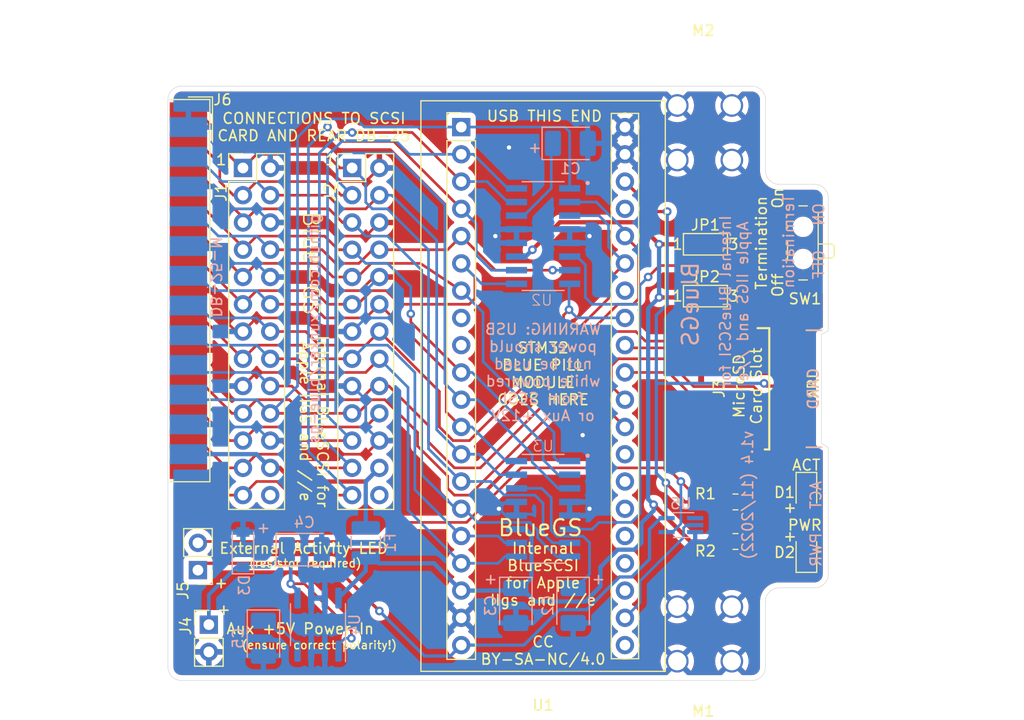
<source format=kicad_pcb>
(kicad_pcb (version 20211014) (generator pcbnew)
  (layers (0 "F.Cu" signal) (31 "B.Cu" signal) (34 "B.Paste" user) (35 "F.Paste" user) (36 "B.SilkS" user "B.Silkscreen") (37 "F.SilkS" user "F.Silkscreen") (38 "B.Mask" user) (39 "F.Mask" user) (44 "Edge.Cuts" user))
  (net 0 "")
  (net 12 "+5V")
  (net 13 "GND")
  (net 14 "/SCSI_DB4")
  (net 15 "/SCSI_DB2")
  (net 16 "/SCSI_DB1")
  (net 17 "/SCSI_DBP")
  (net 18 "/SCSI_SEL")
  (net 19 "/SCSI_ATN")
  (net 20 "/SCSI_C_D")
  (net 21 "/SCSI_DB7")
  (net 22 "/SCSI_DB6")
  (net 23 "/SCSI_DB5")
  (net 24 "/SCSI_DB3")
  (net 25 "/SCSI_DB0")
  (net 26 "/SCSI_BSY")
  (net 27 "/SCSI_ACK")
  (net 28 "/SCSI_RST")
  (net 29 "/SCSI_I_O")
  (net 30 "/SCSI_MSG")
  (net 31 "/SCSI_REQ")
  (net 32 "/SD_MISO")
  (net 33 "/SD_CSK")
  (net 34 "+3V3")
  (net 35 "/SD_MOSI")
  (net 36 "/SD_CS")
  (net 39 "Net-(D2-Pad2)")
  (net 40 "Net-(C1-Pad1)")
  (net 41 "Net-(C2-Pad1)")
  (net 42 "/TERM_DISC")
  (net 43 "Net-(D1-Pad1)")
  (net 44 "/DEBUG_RX")
  (net 45 "/DEBUG_TX")
  (net 46 "/+5V_AUX")
  (net 47 "Net-(C5-Pad1)")
  (net 48 "/TERM_EN")
  (net 49 "/TERM_DIS")
  (net 50 "/DISK_ACT")
  (net 51 "/SCSI_TERMPWR")
  (net 52 "Net-(D1-Pad2)")
  (footprint "my library:YAAJ_BluePill_2" (layer "F.Cu") (at 152.4 50.8)
    (fp_text reference "U1")
    (fp_text value "YAAJ_BluePill" hide)
  )
  (footprint "Button_Switch_SMD:SW_SPDT_PCM12" (layer "F.Cu") (at 183.896 61.595 90)
    (fp_text reference "SW1")
    (fp_text value "SW_SPDT")
  )
  (footprint "Resistor_SMD:R_0805_2012Metric_Pad1.20x1.40mm_HandSolder" (layer "F.Cu") (at 177.927 89.408 180)
    (fp_text reference "R2")
    (fp_text value "1K")
  )
  (footprint "LED_SMD:LED_0805_2012Metric_Pad1.15x1.40mm_HandSolder" (layer "F.Cu") (at 184.531 84.836 -90)
    (fp_text reference "D1")
    (fp_text value "LED")
  )
  (footprint "Jumper:SolderJumper-3_P1.3mm_Open_Pad1.0x1.5mm_NumberLabels" (layer "F.Cu") (at 175.133 66.548)
    (fp_text reference "JP2")
    (fp_text value "Jumper_3_Open")
  )
  (footprint "Jumper:SolderJumper-3_P1.3mm_Open_Pad1.0x1.5mm_NumberLabels" (layer "F.Cu") (at 175.133 61.722)
    (fp_text reference "JP1")
    (fp_text value "Jumper_3_Open")
  )
  (footprint "Resistor_SMD:R_0805_2012Metric_Pad1.20x1.40mm_HandSolder" (layer "F.Cu") (at 177.927 85.725)
    (fp_text reference "R1")
    (fp_text value "110")
  )
  (footprint "Connector_PinHeader_2.54mm:PinHeader_2x13_P2.54mm_Vertical" (layer "F.Cu") (at 132.08 54.61)
    (fp_text reference "J1")
    (fp_text value "Conn_02x13_Odd_Even")
  )
  (footprint "Connector_PinHeader_2.54mm:PinHeader_2x13_P2.54mm_Vertical" (layer "F.Cu") (at 142.24 54.61)
    (fp_text reference "J2")
    (fp_text value "Conn_02x13_Odd_Even")
  )
  (footprint "Connector_PinHeader_2.54mm:PinHeader_1x02_P2.54mm_Vertical" (layer "F.Cu") (at 128.905 97.155)
    (fp_text reference "J4")
    (fp_text value "Conn_01x02_Male")
  )
  (footprint "Connector_PinHeader_2.54mm:PinHeader_1x02_P2.54mm_Vertical" (layer "F.Cu") (at 127.889 92.075 180)
    (fp_text reference "J5")
    (fp_text value "Conn_01x02_Male")
  )
  (footprint "my library:keystone-7774" (layer "F.Cu") (at 180.771 100.561 180)
    (fp_text reference "M1")
    (fp_text value "Screw_Terminal_01x01")
  )
  (footprint "my library:keystone-7774" (layer "F.Cu") (at 180.771 53.871 180)
    (fp_text reference "M2")
    (fp_text value "Screw_Terminal_01x01")
  )
  (footprint "LED_SMD:LED_0805_2012Metric_Pad1.15x1.40mm_HandSolder" (layer "F.Cu") (at 184.531 90.424 90)
    (fp_text reference "D2")
    (fp_text value "LED")
  )
  (footprint "Molex 105162-0001:105162-0001" (layer "F.Cu") (at 174.625 75.184 90)
    (fp_text reference "J3")
    (fp_text value "105162-0001")
  )
  (footprint "Connector_Dsub:DSUB-25_Male_EdgeMount_P2.77mm" (layer "F.Cu") (at 127 66.04 -90)
    (fp_text reference "J6")
    (fp_text value "DB25_Male")
  )
  (footprint "Capacitor_Tantalum_SMD:CP_EIA-3528-21_Kemet-B_Pad1.50x2.35mm_HandSolder" (layer "B.Cu") (at 162.56 52.324)
    (fp_text reference "C1")
    (fp_text value "4.7uF, 6.3v")
  )
  (footprint "my library:SOIC127P600X175-16N" (layer "B.Cu") (at 160.02 86.36 180)
    (fp_text reference "U3")
    (fp_text value "UC560x, UCC56xx")
  )
  (footprint "Capacitor_Tantalum_SMD:CP_EIA-3528-21_Kemet-B_Pad1.50x2.35mm_HandSolder" (layer "B.Cu") (at 157.48 95.377 -90)
    (fp_text reference "C3")
    (fp_text value "4.7uF, 6.3v")
  )
  (footprint "Capacitor_Tantalum_SMD:CP_EIA-3528-21_Kemet-B_Pad1.50x2.35mm_HandSolder" (layer "B.Cu") (at 162.814 95.377 -90)
    (fp_text reference "C2")
    (fp_text value "4.7uF, 6.3v")
  )
  (footprint "my library:SOIC127P600X175-16N" (layer "B.Cu") (at 160.02 60.96 180)
    (fp_text reference "U2")
    (fp_text value "UC560x, UCC56xx")
  )
  (footprint "Fuse:Fuse_1210_3225Metric" (layer "B.Cu") (at 143.51 89.535 90)
    (fp_text reference "F1")
    (fp_text value "Fuse")
  )
  (footprint "Package_TO_SOT_SMD:SOT-353_SC-70-5_Handsoldering" (layer "B.Cu") (at 172.847 87.884 180)
    (fp_text reference "U5")
    (fp_text value "NL17SZ07DFT2G")
  )
  (footprint "Capacitor_Tantalum_SMD:CP_EIA-3528-21_Kemet-B_Pad1.50x2.35mm_HandSolder" (layer "B.Cu") (at 137.795 90.17)
    (fp_text reference "C4")
    (fp_text value "1uF")
  )
  (footprint "Diode_SMD:D_SOD-123" (layer "B.Cu") (at 132.08 90.17 90)
    (fp_text reference "D3")
    (fp_text value "Zener 5.6v")
  )
  (footprint "Capacitor_Tantalum_SMD:CP_EIA-3528-21_Kemet-B_Pad1.50x2.35mm_HandSolder" (layer "B.Cu") (at 133.985 98.425 -90)
    (fp_text reference "C5")
    (fp_text value "0.1uF")
  )
  (footprint "Package_SO:SOIC-8_3.9x4.9mm_P1.27mm" (layer "B.Cu") (at 139.065 97.155 90)
    (fp_text reference "U4")
    (fp_text value "UCC3916")
  )
  (gr_line (start 186.563 80.645) (end 186.563 92.456) (layer "Edge.Cuts") (width 0.05))
  (gr_line (start 125.095 101.092) (end 125.095 48.26) (layer "Edge.Cuts") (width 0.05))
  (gr_line (start 181.991 56.134) (end 185.293 56.134) (layer "Edge.Cuts") (width 0.05))
  (gr_line (start 180.721 94.996) (end 180.721 101.092) (layer "Edge.Cuts") (width 0.05))
  (gr_arc (start 185.293 56.134) (mid 186.191026 56.505974) (end 186.563 57.404) (layer "Edge.Cuts") (width 0.05))
  (gr_arc (start 186.563 92.456) (mid 186.191026 93.354026) (end 185.293 93.726) (layer "Edge.Cuts") (width 0.05))
  (gr_arc (start 181.991 56.134) (mid 181.092974 55.762026) (end 180.721 54.864) (layer "Edge.Cuts") (width 0.05))
  (gr_line (start 180.721 48.26) (end 180.721 54.864) (layer "Edge.Cuts") (width 0.05))
  (gr_arc (start 180.721 94.996) (mid 181.092974 94.097974) (end 181.991 93.726) (layer "Edge.Cuts") (width 0.05))
  (gr_line (start 181.991 93.726) (end 185.293 93.726) (layer "Edge.Cuts") (width 0.05))
  (gr_line (start 126.365 46.99) (end 179.451 46.99) (layer "Edge.Cuts") (width 0.05))
  (gr_line (start 179.451 102.362) (end 126.365 102.362) (layer "Edge.Cuts") (width 0.05))
  (gr_arc (start 126.365 102.362) (mid 125.466974 101.990026) (end 125.095 101.092) (layer "Edge.Cuts") (width 0.05))
  (gr_line (start 185.928 70.104) (end 185.928 80.264) (layer "Edge.Cuts") (width 0.05))
  (gr_arc (start 180.721 101.092) (mid 180.349026 101.990026) (end 179.451 102.362) (layer "Edge.Cuts") (width 0.05))
  (gr_arc (start 125.095 48.26) (mid 125.466974 47.361974) (end 126.365 46.99) (layer "Edge.Cuts") (width 0.05))
  (gr_line (start 186.563 57.404) (end 186.563 69.7992) (layer "Edge.Cuts") (width 0.05))
  (gr_line (start 185.928 70.104) (end 186.563 69.7992) (layer "Edge.Cuts") (width 0.05))
  (gr_arc (start 179.451 46.99) (mid 180.349026 47.361974) (end 180.721 48.26) (layer "Edge.Cuts") (width 0.05))
  (gr_line (start 186.563 80.645) (end 185.928 80.264) (layer "Edge.Cuts") (width 0.05))
  (gr_text "ACT" (at 185.42 85.09 90) (layer "B.SilkS") (effects (font (size 1 1)) (justify mirror)))
  (gr_text "PWR" (at 185.42 90.17 90) (layer "B.SilkS") (effects (font (size 1 1)) (justify mirror)))
  (gr_text "ON   OFF" (at 185.674 61.468 90) (layer "B.SilkS") (effects (font (size 1 1)) (justify mirror)))
  (gr_text "github.com/xunker/blue-gs" (at 138.684 69.596 90) (layer "B.SilkS") (effects (font (size 1 1)) (justify mirror)))
  (gr_text "Internal BlueSCSI for\nApple IIGS and //e" (at 177.8 67.056 90) (layer "B.SilkS") (effects (font (size 1 1)) (justify mirror)))
  (gr_text "+" (at 133.985 88.265 -180) (layer "B.SilkS") (effects (font (size 1 1)) (justify mirror)))
  (gr_text "|    CARD    |" (at 185.166 75.184 90) (layer "B.SilkS") (effects (font (size 1 1)) (justify mirror)))
  (gr_text "Termination" (at 182.88 61.468 90) (layer "B.SilkS") (effects (font (size 1 1)) (justify mirror)))
  (gr_text "BlueGS" (at 173.736 67.31 90) (layer "B.SilkS") (effects (font (size 1.5 1.5) (thickness 0.2)) (justify mirror)))
  (gr_text "DB-25-M" (at 129.54 64.77 270) (layer "B.SilkS") (effects (font (size 1 1)) (justify mirror)))
  (gr_text "+" (at 159.258 52.705) (layer "B.SilkS") (effects (font (size 1 1)) (justify mirror)))
  (gr_text "+" (at 155.067 92.964 90) (layer "B.SilkS") (effects (font (size 1 1)) (justify mirror)))
  (gr_text "+" (at 165.1 92.964 90) (layer "B.SilkS") (effects (font (size 1 1)) (justify mirror)))
  (gr_text "WARNING: USB\npower should\nnot be used\nwhile powered\nfrom SCSI\nor Aux +12V" (at 160.02 73.66) (layer "B.SilkS") (effects (font (size 1 1)) (justify mirror)))
  (gr_text "v1.4 (11/2022)" (at 179.07 85.09 90) (layer "B.SilkS") (effects (font (size 1 1)) (justify mirror)))
  (gr_text "Aux +5V Power In" (at 137.414 97.536) (layer "F.SilkS") (effects (font (size 1 1))))
  (gr_text "Blue-GS" (at 138.43 63.5 270) (layer "F.SilkS") (effects (font (size 1.5 1.5))))
  (gr_text "+" (at 130.048 93.405 180) (layer "F.SilkS") (effects (font (size 1 1))))
  (gr_text "Internal BlueSCSI for\nApple IIGS and //e\n" (at 138.684 78.232 270) (layer "F.SilkS") (effects (font (size 1 1))))
  (gr_text "PWR" (at 186.055 87.884) (layer "F.SilkS") (effects (font (size 1 1)) (justify right)))
  (gr_text "External Activity LED" (at 129.794 90.043) (layer "F.SilkS") (effects (font (size 1 1)) (justify left)))
  (gr_text "+" (at 183.007 88.9) (layer "F.SilkS") (effects (font (size 1 1))))
  (gr_text "MicroSD\nCard Slot" (at 179.07 74.93 90) (layer "F.SilkS") (effects (font (size 1 1))))
  (gr_text "|    CARD    |" (at 185.166 75.184 90) (layer "F.SilkS") (effects (font (size 1 1))))
  (gr_text "CONNECTIONS TO SCSI\nCARD AND REAR DB-25" (at 138.684 50.8) (layer "F.SilkS") (effects (font (size 1 1))))
  (gr_text "On" (at 181.864 57.404 90) (layer "F.SilkS") (effects (font (size 1 1))))
  (gr_text "Termination" (at 180.34 61.595 90) (layer "F.SilkS") (effects (font (size 1 1))))
  (gr_text "Internal\nBlueSCSI\nfor Apple\nIIgs and //e" (at 160.02 92.456) (layer "F.SilkS") (effects (font (size 1 1))))
  (gr_text "STM32\nBLUE PILL\nMODULE\nGOES HERE" (at 160.02 73.787) (layer "F.SilkS") (effects (font (size 1 1))))
  (gr_text "USB THIS END" (at 160.147 49.784) (layer "F.SilkS") (effects (font (size 1 1))))
  (gr_text "CC\nBY-SA-NC/4.0" (at 160.02 99.568) (layer "F.SilkS") (effects (font (size 1 1))))
  (gr_text "(resistor required)" (at 132.588 91.44) (layer "F.SilkS") (effects (font (size 0.75 0.75) (thickness 0.125)) (justify left)))
  (gr_text "+" (at 130.302 95.885 180) (layer "F.SilkS") (effects (font (size 1 1))))
  (gr_text "+" (at 183.007 86.233) (layer "F.SilkS") (effects (font (size 1 1))))
  (gr_text "BlueGS" (at 159.766 88.138) (layer "F.SilkS") (effects (font (size 1.5 1.5) (thickness 0.2))))
  (gr_text "1" (at 130.048 53.848) (layer "F.SilkS") (effects (font (size 1 1))))
  (gr_text "(ensure correct polarity!)" (at 139.192 99.06) (layer "F.SilkS") (effects (font (size 0.75 0.75) (thickness 0.125))))
  (gr_text "ACT" (at 185.928 82.296) (layer "F.SilkS") (effects (font (size 1 1)) (justify right)))
  (gr_text "1" (at 140.208 53.848) (layer "F.SilkS") (effects (font (size 1 1))))
  (gr_text "Off" (at 181.864 65.532 90) (layer "F.SilkS") (effects (font (size 1 1))))
  (segment (start 173.736 89.408) (end 170.307 85.979) (width 0.4) (layer "F.Cu") (net 12))
  (segment (start 159.02532 62.233641) (end 161.58796 59.671001) (width 0.4) (layer "F.Cu") (net 12))
  (segment (start 176.927 89.408) (end 173.736 89.408) (width 0.4) (layer "F.Cu") (net 12))
  (segment (start 161.58796 59.671001) (end 168.764001 59.671001) (width 0.4) (layer "F.Cu") (net 12))
  (segment (start 168.764001 59.671001) (end 170.815 61.722) (width 0.4) (layer "F.Cu") (net 12))
  (segment (start 173.579 66.675) (end 170.814998 66.675) (width 0.4) (layer "F.Cu") (net 12))
  (segment (start 173.833 61.722) (end 170.815 61.722) (width 0.4) (layer "F.Cu") (net 12))
  (segment (start 173.833 66.421) (end 173.579 66.675) (width 0.4) (layer "F.Cu") (net 12))
  (via (at 170.815 61.722) (size 0.8) (drill 0.4) (layers "F.Cu" "B.Cu") (net 12))
  (via (at 170.307 85.979) (size 0.8) (drill 0.4) (layers "F.Cu" "B.Cu") (net 12))
  (via (at 159.02532 62.233641) (size 0.8) (drill 0.4) (layers "F.Cu" "B.Cu") (net 12))
  (via (at 170.814998 66.675) (size 0.8) (drill 0.4) (layers "F.Cu" "B.Cu") (net 12))
  (segment (start 149.86 91.44) (end 152.4 93.98) (width 0.4) (layer "B.Cu") (net 12))
  (segment (start 143.51 92.14) (end 143.51 90.935) (width 0.4) (layer "B.Cu") (net 12))
  (segment (start 143.51 90.805) (end 144.145 90.805) (width 0.4) (layer "B.Cu") (net 12))
  (segment (start 157.545 88.265) (end 158.4265 88.265) (width 0.4) (layer "B.Cu") (net 12))
  (segment (start 157.545 62.865) (end 158.393961 62.865) (width 0.4) (layer "B.Cu") (net 12))
  (segment (start 165.354 93.599) (end 165.354 91.7879) (width 0.4) (layer "B.Cu") (net 12))
  (segment (start 169.164 89.535) (end 169.164 87.687685) (width 0.4) (layer "B.Cu") (net 12))
  (segment (start 157.48 93.752) (end 158.014 93.752) (width 0.4) (layer "B.Cu") (net 12))
  (segment (start 144.78 91.44) (end 149.86 91.44) (width 0.4) (layer "B.Cu") (net 12))
  (segment (start 158.929511 88.768011) (end 158.929511 92.784489) (width 0.4) (layer "B.Cu") (net 12))
  (segment (start 158.929511 92.784489) (end 157.734 93.98) (width 0.4) (layer "B.Cu") (net 12))
  (segment (start 169.799 85.471) (end 170.307 85.979) (width 0.4) (layer "B.Cu") (net 12))
  (segment (start 166.9719 90.17) (end 168.529 90.17) (width 0.4) (layer "B.Cu") (net 12))
  (segment (start 157.734 93.98) (end 152.4 93.98) (width 0.4) (layer "B.Cu") (net 12))
  (segment (start 158.393961 62.865) (end 159.02532 62.233641) (width 0.4) (layer "B.Cu") (net 12))
  (segment (start 158.014 93.752) (end 159.258 94.996) (width 0.4) (layer "B.Cu") (net 12))
  (segment (start 163.957 94.996) (end 165.354 93.599) (width 0.4) (layer "B.Cu") (net 12))
  (segment (start 165.354 91.7879) (end 166.9719 90.17) (width 0.4) (layer "B.Cu") (net 12))
  (segment (start 170.814998 61.722002) (end 170.815 61.722) (width 0.4) (layer "B.Cu") (net 12))
  (segment (start 140.97 94.68) (end 143.51 92.14) (width 0.4) (layer "B.Cu") (net 12))
  (segment (start 159.258 94.996) (end 163.957 94.996) (width 0.4) (layer "B.Cu") (net 12))
  (segment (start 144.145 90.805) (end 144.78 91.44) (width 0.4) (layer "B.Cu") (net 12))
  (segment (start 169.164 87.687685) (end 170.307 86.544685) (width 0.4) (layer "B.Cu") (net 12))
  (segment (start 158.4265 88.265) (end 158.929511 88.768011) (width 0.4) (layer "B.Cu") (net 12))
  (segment (start 170.307 86.544685) (end 170.307 85.979) (width 0.4) (layer "B.Cu") (net 12))
  (segment (start 169.799 67.690998) (end 169.799 85.471) (width 0.4) (layer "B.Cu") (net 12))
  (segment (start 170.814998 66.675) (end 170.814998 61.722002) (width 0.4) (layer "B.Cu") (net 12))
  (segment (start 170.814998 66.675) (end 169.799 67.690998) (width 0.4) (layer "B.Cu") (net 12))
  (segment (start 168.529 90.17) (end 169.164 89.535) (width 0.4) (layer "B.Cu") (net 12))
  (segment (start 134.62 64.77) (end 138.938 64.77) (width 0.25) (layer "F.Cu") (net 13))
  (segment (start 143.002 66.04) (end 144.272 64.77) (width 0.25) (layer "F.Cu") (net 13))
  (segment (start 138.938 64.77) (end 140.208 66.04) (width 0.25) (layer "F.Cu") (net 13))
  (segment (start 140.208 66.04) (end 143.002 66.04) (width 0.25) (layer "F.Cu") (net 13))
  (segment (start 144.272 64.77) (end 144.78 64.77) (width 0.25) (layer "F.Cu") (net 13))
  (segment (start 134.62 54.61) (end 139.954 54.61) (width 0.25) (layer "F.Cu") (net 13))
  (segment (start 139.954 54.61) (end 141.224 55.88) (width 0.25) (layer "F.Cu") (net 13))
  (segment (start 141.224 55.88) (end 143.51 55.88) (width 0.25) (layer "F.Cu") (net 13))
  (segment (start 143.51 55.88) (end 144.78 54.61) (width 0.25) (layer "F.Cu") (net 13))
  (segment (start 132.08 69.85) (end 133.35 68.58) (width 0.25) (layer "F.Cu") (net 13))
  (segment (start 138.176 68.58) (end 139.446 69.85) (width 0.25) (layer "F.Cu") (net 13))
  (segment (start 133.35 68.58) (end 138.176 68.58) (width 0.25) (layer "F.Cu") (net 13))
  (segment (start 139.446 69.85) (end 142.24 69.85) (width 0.25) (layer "F.Cu") (net 13))
  (segment (start 142.24 74.93) (end 138.176 74.93) (width 0.25) (layer "F.Cu") (net 13))
  (segment (start 138.176 74.93) (end 136.906 73.66) (width 0.25) (layer "F.Cu") (net 13))
  (segment (start 136.906 73.66) (end 133.35 73.66) (width 0.25) (layer "F.Cu") (net 13))
  (segment (start 133.35 73.66) (end 132.08 74.93) (width 0.25) (layer "F.Cu") (net 13))
  (segment (start 134.62 80.01) (end 135.636 80.01) (width 0.25) (layer "F.Cu") (net 13))
  (segment (start 135.636 80.01) (end 136.906 81.28) (width 0.25) (layer "F.Cu") (net 13))
  (segment (start 136.906 81.28) (end 143.51 81.28) (width 0.25) (layer "F.Cu") (net 13))
  (segment (start 143.51 81.28) (end 144.78 80.01) (width 0.25) (layer "F.Cu") (net 13))
  (segment (start 134.62 59.69) (end 139.954 59.69) (width 0.25) (layer "F.Cu") (net 13))
  (segment (start 141.224 60.96) (end 143.51 60.96) (width 0.25) (layer "F.Cu") (net 13))
  (segment (start 139.954 59.69) (end 141.224 60.96) (width 0.25) (layer "F.Cu") (net 13))
  (segment (start 143.51 60.96) (end 144.78 59.69) (width 0.25) (layer "F.Cu") (net 13))
  (segment (start 131.445 69.85) (end 130.175 68.58) (width 0.25) (layer "F.Cu") (net 13))
  (segment (start 130.175 68.58) (end 130.175 67.31) (width 0.25) (layer "F.Cu") (net 13))
  (segment (start 130.175 67.31) (end 128.905 66.04) (width 0.25) (layer "F.Cu") (net 13))
  (segment (start 132.08 69.85) (end 131.445 69.85) (width 0.25) (layer "F.Cu") (net 13))
  (segment (start 128.905 66.04) (end 127 66.04) (width 0.25) (layer "F.Cu") (net 13))
  (via (at 164.338 86.36) (size 0.8) (drill 0.4) (layers "F.Cu" "B.Cu") (net 13))
  (via (at 156.845 52.705) (size 0.8) (drill 0.4) (layers "F.Cu" "B.Cu") (net 13))
  (via (at 164.338 60.96) (size 0.8) (drill 0.4) (layers "F.Cu" "B.Cu") (net 13))
  (via (at 155.575 60.96) (size 0.8) (drill 0.4) (layers "F.Cu" "B.Cu") (net 13))
  (via (at 155.9052 86.36) (size 0.8) (drill 0.4) (layers "F.Cu" "B.Cu") (net 13))
  (via (at 163.703 79.502) (size 0.8) (drill 0.4) (layers "F.Cu" "B.Cu") (net 13))
  (segment (start 142.24 74.93) (end 143.51 76.2) (width 0.25) (layer "B.Cu") (net 13))
  (segment (start 143.51 76.2) (end 143.51 78.74) (width 0.25) (layer "B.Cu") (net 13))
  (segment (start 143.51 78.74) (end 144.78 80.01) (width 0.25) (layer "B.Cu") (net 13))
  (segment (start 144.78 64.77) (end 143.51 66.04) (width 0.25) (layer "B.Cu") (net 13))
  (segment (start 143.51 66.04) (end 143.51 68.58) (width 0.25) (layer "B.Cu") (net 13))
  (segment (start 134.62 80.01) (end 133.35 78.74) (width 0.25) (layer "B.Cu") (net 13))
  (segment (start 143.51 68.58) (end 143.4465 68.6435) (width 0.25) (layer "B.Cu") (net 13))
  (segment (start 157.545 60.325) (end 162.495 60.325) (width 0.25) (layer "B.Cu") (net 13))
  (segment (start 130.175 78.74) (end 129.94 78.505) (width 0.25) (layer "B.Cu") (net 13))
  (segment (start 129.54 62.23) (end 127.345 62.23) (width 0.25) (layer "B.Cu") (net 13))
  (segment (start 157.545 86.995) (end 156.5402 86.995) (width 0.25) (layer "B.Cu") (net 13))
  (segment (start 143.51 68.58) (end 146.304 68.58) (width 0.25) (layer "B.Cu") (net 13))
  (segment (start 127.345 62.23) (end 127 61.885) (width 0.25) (layer "B.Cu") (net 13))
  (segment (start 157.545 85.725) (end 156.5402 85.725) (width 0.25) (layer "B.Cu") (net 13))
  (segment (start 130.175 58.42) (end 130.175 57.15) (width 0.25) (layer "B.Cu") (net 13))
  (segment (start 134.62 59.69) (end 133.35 58.42) (width 0.25) (layer "B.Cu") (net 13))
  (segment (start 143.4465 68.6435) (end 142.24 69.85) (width 0.25) (layer "B.Cu") (net 13))
  (segment (start 156.5402 86.995) (end 155.9052 86.36) (width 0.25) (layer "B.Cu") (net 13))
  (segment (start 133.35 78.74) (end 130.175 78.74) (width 0.25) (layer "B.Cu") (net 13))
  (segment (start 134.62 64.77) (end 133.35 63.5) (width 0.25) (layer "B.Cu") (net 13))
  (segment (start 130.175 57.15) (end 129.37 56.345) (width 0.25) (layer "B.Cu") (net 13))
  (segment (start 157.545 85.725) (end 157.545 86.995) (width 0.25) (layer "B.Cu") (net 13))
  (segment (start 129.37 56.345) (end 127 56.345) (width 0.25) (layer "B.Cu") (net 13))
  (segment (start 130.81 63.5) (end 129.54 62.23) (width 0.25) (layer "B.Cu") (net 13))
  (segment (start 174.197 93.745) (end 172.461 95.481) (width 0.25) (layer "B.Cu") (net 13))
  (segment (start 133.35 63.5) (end 130.81 63.5) (width 0.25) (layer "B.Cu") (net 13))
  (segment (start 129.94 78.505) (end 127 78.505) (width 0.25) (layer "B.Cu") (net 13))
  (segment (start 156.5402 85.725) (end 155.9052 86.36) (width 0.25) (layer "B.Cu") (net 13))
  (segment (start 133.35 58.42) (end 130.175 58.42) (width 0.25) (layer "B.Cu") (net 13))
  (segment (start 174.197 88.58) (end 174.197 93.745) (width 0.25) (layer "B.Cu") (net 13))
  (segment (start 134.62 77.47) (end 136.144 77.47) (width 0.25) (layer "F.Cu") (net 14))
  (segment (start 136.144 77.47) (end 137.414 78.74) (width 0.25) (layer "F.Cu") (net 14))
  (segment (start 137.414 78.74) (end 143.51 78.74) (width 0.25) (layer "F.Cu") (net 14))
  (segment (start 143.51 78.74) (end 144.78 77.47) (width 0.25) (layer "F.Cu") (net 14))
  (segment (start 127.465 76.2) (end 133.35 76.2) (width 0.25) (layer "B.Cu") (net 14))
  (segment (start 137.16 74.93) (end 137.16 51.758998) (width 0.25) (layer "B.Cu") (net 14))
  (segment (start 137.16 51.758998) (end 138.880998 50.038) (width 0.25) (layer "B.Cu") (net 14))
  (segment (start 138.880998 50.038) (end 142.621 50.038) (width 0.25) (layer "B.Cu") (net 14))
  (segment (start 152.4 50.8) (end 162.052 50.8) (width 0.25) (layer "B.Cu") (net 14))
  (segment (start 162.495 51.243) (end 162.495 56.515) (width 0.25) (layer "B.Cu") (net 14))
  (segment (start 151.3 50.8) (end 152.4 50.8) (width 0.25) (layer "B.Cu") (net 14))
  (segment (start 127 75.735) (end 127.465 76.2) (width 0.25) (layer "B.Cu") (net 14))
  (segment (start 162.052 50.8) (end 162.495 51.243) (width 0.25) (layer "B.Cu") (net 14))
  (segment (start 133.35 76.2) (end 134.62 77.47) (width 0.25) (layer "B.Cu") (net 14))
  (segment (start 143.383 50.8) (end 151.3 50.8) (width 0.25) (layer "B.Cu") (net 14))
  (segment (start 142.621 50.038) (end 143.383 50.8) (width 0.25) (layer "B.Cu") (net 14))
  (segment (start 134.62 77.47) (end 137.16 74.93) (width 0.25) (layer "B.Cu") (net 14))
  (segment (start 136.62025 74.93) (end 137.89025 76.2) (width 0.25) (layer "F.Cu") (net 15))
  (segment (start 144.272 74.93) (end 144.78 74.93) (width 0.25) (layer "F.Cu") (net 15))
  (segment (start 137.89025 76.2) (end 143.002 76.2) (width 0.25) (layer "F.Cu") (net 15))
  (segment (start 134.62 74.93) (end 136.62025 74.93) (width 0.25) (layer "F.Cu") (net 15))
  (segment (start 143.002 76.2) (end 144.272 74.93) (width 0.25) (layer "F.Cu") (net 15))
  (segment (start 151.765 82.55) (end 154.178 82.55) (width 0.25) (layer "F.Cu") (net 15))
  (segment (start 149.352 78.613) (end 149.352 80.137) (width 0.25) (layer "F.Cu") (net 15))
  (segment (start 163.576 73.152) (end 163.576 69.303002) (width 0.25) (layer "F.Cu") (net 15))
  (segment (start 163.576 69.303002) (end 166.116 66.763002) (width 0.25) (layer "F.Cu") (net 15))
  (segment (start 154.178 82.55) (end 163.576 73.152) (width 0.25) (layer "F.Cu") (net 15))
  (segment (start 166.116 65.024) (end 167.64 63.5) (width 0.25) (layer "F.Cu") (net 15))
  (segment (start 144.78 74.93) (end 145.669 74.93) (width 0.25) (layer "F.Cu") (net 15))
  (segment (start 149.352 80.137) (end 151.765 82.55) (width 0.25) (layer "F.Cu") (net 15))
  (segment (start 166.116 66.763002) (end 166.116 65.024) (width 0.25) (layer "F.Cu") (net 15))
  (segment (start 145.669 74.93) (end 149.352 78.613) (width 0.25) (layer "F.Cu") (net 15))
  (segment (start 166.116 59.944) (end 166.116 61.976) (width 0.25) (layer "B.Cu") (net 15))
  (segment (start 127 72.965) (end 127.695 73.66) (width 0.25) (layer "B.Cu") (net 15))
  (segment (start 162.495 59.055) (end 165.227 59.055) (width 0.25) (layer "B.Cu") (net 15))
  (segment (start 133.35 73.66) (end 134.62 74.93) (width 0.25) (layer "B.Cu") (net 15))
  (segment (start 165.227 59.055) (end 166.116 59.944) (width 0.25) (layer "B.Cu") (net 15))
  (segment (start 166.116 61.976) (end 167.64 63.5) (width 0.25) (layer "B.Cu") (net 15))
  (segment (start 127.695 73.66) (end 133.35 73.66) (width 0.25) (layer "B.Cu") (net 15))
  (segment (start 137.16 72.39) (end 138.43 73.66) (width 0.25) (layer "F.Cu") (net 16))
  (segment (start 138.43 73.66) (end 143.51 73.66) (width 0.25) (layer "F.Cu") (net 16))
  (segment (start 134.62 72.39) (end 137.16 72.39) (width 0.25) (layer "F.Cu") (net 16))
  (segment (start 143.51 73.66) (end 144.78 72.39) (width 0.25) (layer "F.Cu") (net 16))
  (segment (start 144.78 72.39) (end 147.447 75.057) (width 0.25) (layer "B.Cu") (net 16))
  (segment (start 156.464 90.805) (end 157.545 90.805) (width 0.25) (layer "B.Cu") (net 16))
  (segment (start 147.447 86.487) (end 152.4 91.44) (width 0.25) (layer "B.Cu") (net 16))
  (segment (start 152.4 91.44) (end 155.829 91.44) (width 0.25) (layer "B.Cu") (net 16))
  (segment (start 128.778 71.12) (end 133.35 71.12) (width 0.25) (layer "B.Cu") (net 16))
  (segment (start 147.447 75.057) (end 147.447 86.487) (width 0.25) (layer "B.Cu") (net 16))
  (segment (start 133.35 71.12) (end 134.62 72.39) (width 0.25) (layer "B.Cu") (net 16))
  (segment (start 127 70.195) (end 127.853 70.195) (width 0.25) (layer "B.Cu") (net 16))
  (segment (start 127.853 70.195) (end 128.778 71.12) (width 0.25) (layer "B.Cu") (net 16))
  (segment (start 155.829 91.44) (end 156.464 90.805) (width 0.25) (layer "B.Cu") (net 16))
  (segment (start 143.51 71.12) (end 144.78 69.85) (width 0.25) (layer "F.Cu") (net 17))
  (segment (start 134.62 69.85) (end 137.922 69.85) (width 0.25) (layer "F.Cu") (net 17))
  (segment (start 137.922 69.85) (end 139.192 71.12) (width 0.25) (layer "F.Cu") (net 17))
  (segment (start 139.192 71.12) (end 143.51 71.12) (width 0.25) (layer "F.Cu") (net 17))
  (segment (start 153.162 80.01) (end 161.925 71.247) (width 0.25) (layer "F.Cu") (net 17))
  (segment (start 161.925 71.247) (end 161.925 68.326) (width 0.25) (layer "F.Cu") (net 17))
  (segment (start 151.638 80.01) (end 153.162 80.01) (width 0.25) (layer "F.Cu") (net 17))
  (segment (start 161.925 68.326) (end 162.433 67.818) (width 0.25) (layer "F.Cu") (net 17))
  (segment (start 150.368 75.438) (end 150.368 78.74) (width 0.25) (layer "F.Cu") (net 17))
  (segment (start 144.78 69.85) (end 150.368 75.438) (width 0.25) (layer "F.Cu") (net 17))
  (segment (start 150.368 78.74) (end 151.638 80.01) (width 0.25) (layer "F.Cu") (net 17))
  (via (at 162.433 67.818) (size 0.8) (drill 0.4) (layers "F.Cu" "B.Cu") (net 17))
  (segment (start 129.038 68.58) (end 133.35 68.58) (width 0.25) (layer "B.Cu") (net 17))
  (segment (start 127.883 67.425) (end 129.038 68.58) (width 0.25) (layer "B.Cu") (net 17))
  (segment (start 162.433 65.659) (end 162.433 67.818) (width 0.25) (layer "B.Cu") (net 17))
  (segment (start 167.64 68.58) (end 163.195 68.58) (width 0.25) (layer "B.Cu") (net 17))
  (segment (start 162.56 65.532) (end 162.433 65.659) (width 0.25) (layer "B.Cu") (net 17))
  (segment (start 163.195 68.58) (end 162.433 67.818) (width 0.25) (layer "B.Cu") (net 17))
  (segment (start 127 67.425) (end 127.883 67.425) (width 0.25) (layer "B.Cu") (net 17))
  (segment (start 133.35 68.58) (end 134.62 69.85) (width 0.25) (layer "B.Cu") (net 17))
  (segment (start 134.62 67.31) (end 138.43 67.31) (width 0.25) (layer "F.Cu") (net 18))
  (segment (start 138.43 67.31) (end 139.7 68.58) (width 0.25) (layer "F.Cu") (net 18))
  (segment (start 139.7 68.58) (end 143.51 68.58) (width 0.25) (layer "F.Cu") (net 18))
  (segment (start 143.51 68.58) (end 144.78 67.31) (width 0.25) (layer "F.Cu") (net 18))
  (segment (start 151.003 77.343) (end 152.4 78.74) (width 0.25) (layer "F.Cu") (net 18))
  (segment (start 144.78 67.31) (end 151.003 73.533) (width 0.25) (layer "F.Cu") (net 18))
  (segment (start 151.003 73.533) (end 151.003 77.343) (width 0.25) (layer "F.Cu") (net 18))
  (segment (start 153.385 78.74) (end 156.56 81.915) (width 0.25) (layer "B.Cu") (net 18))
  (segment (start 156.56 81.915) (end 157.545 81.915) (width 0.25) (layer "B.Cu") (net 18))
  (segment (start 127.901 64.655) (end 129.286 66.04) (width 0.25) (layer "B.Cu") (net 18))
  (segment (start 133.35 66.04) (end 134.62 67.31) (width 0.25) (layer "B.Cu") (net 18))
  (segment (start 129.286 66.04) (end 133.35 66.04) (width 0.25) (layer "B.Cu") (net 18))
  (segment (start 152.4 78.74) (end 153.385 78.74) (width 0.25) (layer "B.Cu") (net 18))
  (segment (start 127 64.655) (end 127.901 64.655) (width 0.25) (layer "B.Cu") (net 18))
  (segment (start 144.14359 62.23) (end 144.78 62.23) (width 0.25) (layer "F.Cu") (net 19))
  (segment (start 140.716 63.5) (end 142.87359 63.5) (width 0.25) (layer "F.Cu") (net 19))
  (segment (start 134.62 62.23) (end 139.446 62.23) (width 0.25) (layer "F.Cu") (net 19))
  (segment (start 139.446 62.23) (end 140.716 63.5) (width 0.25) (layer "F.Cu") (net 19))
  (segment (start 142.87359 63.5) (end 144.14359 62.23) (width 0.25) (layer "F.Cu") (net 19))
  (segment (start 144.78 62.23) (end 151.13 62.23) (width 0.25) (layer "F.Cu") (net 19))
  (segment (start 152.4 60.96) (end 155.575 64.135) (width 0.25) (layer "F.Cu") (net 19))
  (segment (start 155.575 64.135) (end 160.909 64.135) (width 0.25) (layer "F.Cu") (net 19))
  (segment (start 151.13 62.23) (end 152.4 60.96) (width 0.25) (layer "F.Cu") (net 19))
  (via (at 160.909 64.135) (size 0.8) (drill 0.4) (layers "F.Cu" "B.Cu") (net 19))
  (segment (start 162.495 64.135) (end 160.909 64.135) (width 0.25) (layer "B.Cu") (net 19))
  (segment (start 133.35 60.96) (end 134.62 62.23) (width 0.25) (layer "B.Cu") (net 19))
  (segment (start 127 59.115) (end 127.949 59.115) (width 0.25) (layer "B.Cu") (net 19))
  (segment (start 127.949 59.115) (end 129.794 60.96) (width 0.25) (layer "B.Cu") (net 19))
  (segment (start 129.794 60.96) (end 133.35 60.96) (width 0.25) (layer "B.Cu") (net 19))
  (segment (start 134.62 57.15) (end 139.954 57.15) (width 0.25) (layer "F.Cu") (net 20))
  (segment (start 139.954 57.15) (end 141.224 58.42) (width 0.25) (layer "F.Cu") (net 20))
  (segment (start 141.224 58.42) (end 143.51 58.42) (width 0.25) (layer "F.Cu") (net 20))
  (segment (start 143.51 58.42) (end 144.78 57.15) (width 0.25) (layer "F.Cu") (net 20))
  (segment (start 133.35 55.88) (end 134.62 57.15) (width 0.25) (layer "B.Cu") (net 20))
  (segment (start 145.923 57.15) (end 150.114 61.341) (width 0.25) (layer "B.Cu") (net 20))
  (segment (start 154.051 81.28) (end 155.956 83.185) (width 0.25) (layer "B.Cu") (net 20))
  (segment (start 127.816666 53.575) (end 130.121666 55.88) (width 0.25) (layer "B.Cu") (net 20))
  (segment (start 155.956 83.185) (end 157.545 83.185) (width 0.25) (layer "B.Cu") (net 20))
  (segment (start 130.121666 55.88) (end 133.35 55.88) (width 0.25) (layer "B.Cu") (net 20))
  (segment (start 144.78 57.15) (end 145.923 57.15) (width 0.25) (layer "B.Cu") (net 20))
  (segment (start 150.114 61.341) (end 150.114 78.994) (width 0.25) (layer "B.Cu") (net 20))
  (segment (start 152.4 81.28) (end 154.051 81.28) (width 0.25) (layer "B.Cu") (net 20))
  (segment (start 127 53.575) (end 127.816666 53.575) (width 0.25) (layer "B.Cu") (net 20))
  (segment (start 150.114 78.994) (end 152.4 81.28) (width 0.25) (layer "B.Cu") (net 20))
  (segment (start 141.29301 52.13901) (end 139.954 50.8) (width 0.25) (layer "F.Cu") (net 21))
  (segment (start 136.525 85.09) (end 142.24 85.09) (width 0.25) (layer "F.Cu") (net 21))
  (segment (start 132.08 85.09) (end 133.35 83.82) (width 0.25) (layer "F.Cu") (net 21))
  (segment (start 152.4 58.42) (end 146.11901 52.13901) (width 0.25) (layer "F.Cu") (net 21))
  (segment (start 130.175 85.09) (end 132.08 85.09) (width 0.25) (layer "F.Cu") (net 21))
  (segment (start 135.255 83.82) (end 136.525 85.09) (width 0.25) (layer "F.Cu") (net 21))
  (segment (start 127 82.66) (end 127.745 82.66) (width 0.25) (layer "F.Cu") (net 21))
  (segment (start 133.35 83.82) (end 135.255 83.82) (width 0.25) (layer "F.Cu") (net 21))
  (segment (start 127.745 82.66) (end 130.175 85.09) (width 0.25) (layer "F.Cu") (net 21))
  (segment (start 146.11901 52.13901) (end 141.29301 52.13901) (width 0.25) (layer "F.Cu") (net 21))
  (via (at 139.954 50.8) (size 0.8) (drill 0.4) (layers "F.Cu" "B.Cu") (net 21))
  (segment (start 152.4 58.42) (end 153.797 59.817) (width 0.25) (layer "B.Cu") (net 21))
  (segment (start 155.2067 64.135) (end 157.545 64.135) (width 0.25) (layer "B.Cu") (net 21))
  (segment (start 138.176 52.578) (end 139.954 50.8) (width 0.25) (layer "B.Cu") (net 21))
  (segment (start 153.797 59.817) (end 153.797 62.7253) (width 0.25) (layer "B.Cu") (net 21))
  (segment (start 142.24 85.09) (end 138.176 81.026) (width 0.25) (layer "B.Cu") (net 21))
  (segment (start 138.176 81.026) (end 138.176 52.578) (width 0.25) (layer "B.Cu") (net 21))
  (segment (start 153.797 62.7253) (end 155.2067 64.135) (width 0.25) (layer "B.Cu") (net 21))
  (segment (start 133.35 81.28) (end 135.763 81.28) (width 0.25) (layer "F.Cu") (net 22))
  (segment (start 130.556 82.55) (end 132.08 82.55) (width 0.25) (layer "F.Cu") (net 22))
  (segment (start 127 79.89) (end 127.896 79.89) (width 0.25) (layer "F.Cu") (net 22))
  (segment (start 147.828 51.308) (end 152.4 55.88) (width 0.25) (layer "F.Cu") (net 22))
  (segment (start 132.08 82.55) (end 133.35 81.28) (width 0.25) (layer "F.Cu") (net 22))
  (segment (start 142.24 51.308) (end 147.828 51.308) (width 0.25) (layer "F.Cu") (net 22))
  (segment (start 137.033 82.55) (end 142.24 82.55) (width 0.25) (layer "F.Cu") (net 22))
  (segment (start 135.763 81.28) (end 137.033 82.55) (width 0.25) (layer "F.Cu") (net 22))
  (segment (start 127.896 79.89) (end 130.556 82.55) (width 0.25) (layer "F.Cu") (net 22))
  (via (at 142.24 51.308) (size 0.8) (drill 0.4) (layers "F.Cu" "B.Cu") (net 22))
  (segment (start 142.24 51.308) (end 141.097 51.308) (width 0.25) (layer "B.Cu") (net 22))
  (segment (start 154.813 55.88) (end 156.718 57.785) (width 0.25) (layer "B.Cu") (net 22))
  (segment (start 152.4 55.88) (end 154.813 55.88) (width 0.25) (layer "B.Cu") (net 22))
  (segment (start 141.097 51.308) (end 139.192 53.213) (width 0.25) (layer "B.Cu") (net 22))
  (segment (start 139.192 79.502) (end 142.24 82.55) (width 0.25) (layer "B.Cu") (net 22))
  (segment (start 139.192 53.213) (end 139.192 79.502) (width 0.25) (layer "B.Cu") (net 22))
  (segment (start 156.718 57.785) (end 157.545 57.785) (width 0.25) (layer "B.Cu") (net 22))
  (segment (start 132.08 80.01) (end 133.35 78.74) (width 0.25) (layer "F.Cu") (net 23))
  (segment (start 133.35 78.74) (end 135.89 78.74) (width 0.25) (layer "F.Cu") (net 23))
  (segment (start 137.16 80.01) (end 142.24 80.01) (width 0.25) (layer "F.Cu") (net 23))
  (segment (start 135.89 78.74) (end 137.16 80.01) (width 0.25) (layer "F.Cu") (net 23))
  (segment (start 127 77.12) (end 127.92 77.12) (width 0.25) (layer "F.Cu") (net 23))
  (segment (start 127.92 77.12) (end 130.81 80.01) (width 0.25) (layer "F.Cu") (net 23))
  (segment (start 130.81 80.01) (end 132.08 80.01) (width 0.25) (layer "F.Cu") (net 23))
  (segment (start 142.24 80.01) (end 139.954 77.724) (width 0.25) (layer "B.Cu") (net 23))
  (segment (start 147.574 53.34) (end 152.4 53.34) (width 0.25) (layer "B.Cu") (net 23))
  (segment (start 156.718 56.515) (end 157.545 56.515) (width 0.25) (layer "B.Cu") (net 23))
  (segment (start 153.543 53.34) (end 156.718 56.515) (width 0.25) (layer "B.Cu") (net 23))
  (segment (start 152.4 53.34) (end 153.543 53.34) (width 0.25) (layer "B.Cu") (net 23))
  (segment (start 146.304 52.07) (end 147.574 53.34) (width 0.25) (layer "B.Cu") (net 23))
  (segment (start 141.351 52.07) (end 146.304 52.07) (width 0.25) (layer "B.Cu") (net 23))
  (segment (start 139.954 53.467) (end 141.351 52.07) (width 0.25) (layer "B.Cu") (net 23))
  (segment (start 139.954 77.724) (end 139.954 53.467) (width 0.25) (layer "B.Cu") (net 23))
  (segment (start 132.08 77.47) (end 133.35 76.2) (width 0.25) (layer "F.Cu") (net 24))
  (segment (start 136.398 76.2) (end 137.668 77.47) (width 0.25) (layer "F.Cu") (net 24))
  (segment (start 133.35 76.2) (end 136.398 76.2) (width 0.25) (layer "F.Cu") (net 24))
  (segment (start 137.668 77.47) (end 142.24 77.47) (width 0.25) (layer "F.Cu") (net 24))
  (segment (start 132.08 77.47) (end 131.064 77.47) (width 0.25) (layer "F.Cu") (net 24))
  (segment (start 148.336 79.248705) (end 148.336 80.518) (width 0.25) (layer "F.Cu") (net 24))
  (segment (start 144.037499 76.2) (end 145.287295 76.2) (width 0.25) (layer "F.Cu") (net 24))
  (segment (start 164.592 69.699) (end 166.981 67.31) (width 0.25) (layer "F.Cu") (net 24))
  (segment (start 151.765 85.09) (end 153.162 85.09) (width 0.25) (layer "F.Cu") (net 24))
  (segment (start 145.287295 76.2) (end 148.336 79.248705) (width 0.25) (layer "F.Cu") (net 24))
  (segment (start 168.91 62.23) (end 167.64 60.96) (width 0.25) (layer "F.Cu") (net 24))
  (segment (start 142.767499 77.47) (end 144.037499 76.2) (width 0.25) (layer "F.Cu") (net 24))
  (segment (start 151.13 83.312) (end 151.13 84.455) (width 0.25) (layer "F.Cu") (net 24))
  (segment (start 168.91 66.802) (end 168.91 62.23) (width 0.25) (layer "F.Cu") (net 24))
  (segment (start 166.981 67.31) (end 168.402 67.31) (width 0.25) (layer "F.Cu") (net 24))
  (segment (start 148.336 80.518) (end 151.13 83.312) (width 0.25) (layer "F.Cu") (net 24))
  (segment (start 153.162 85.09) (end 164.592 73.66) (width 0.25) (layer "F.Cu") (net 24))
  (segment (start 151.13 84.455) (end 151.765 85.09) (width 0.25) (layer "F.Cu") (net 24))
  (segment (start 142.24 77.47) (end 142.767499 77.47) (width 0.25) (layer "F.Cu") (net 24))
  (segment (start 131.064 77.47) (end 127.944 74.35) (width 0.25) (layer "F.Cu") (net 24))
  (segment (start 127.944 74.35) (end 127 74.35) (width 0.25) (layer "F.Cu") (net 24))
  (segment (start 164.592 73.66) (end 164.592 69.699) (width 0.25) (layer "F.Cu") (net 24))
  (segment (start 168.402 67.31) (end 168.91 66.802) (width 0.25) (layer "F.Cu") (net 24))
  (segment (start 167.64 60.452) (end 167.64 60.96) (width 0.25) (layer "B.Cu") (net 24))
  (segment (start 164.973 57.785) (end 167.64 60.452) (width 0.25) (layer "B.Cu") (net 24))
  (segment (start 162.495 57.785) (end 164.973 57.785) (width 0.25) (layer "B.Cu") (net 24))
  (segment (start 132.08 72.39) (end 133.35 71.12) (width 0.25) (layer "F.Cu") (net 25))
  (segment (start 133.35 71.12) (end 137.58792 71.12) (width 0.25) (layer "F.Cu") (net 25))
  (segment (start 137.58792 71.12) (end 138.85792 72.39) (width 0.25) (layer "F.Cu") (net 25))
  (segment (start 138.85792 72.39) (end 142.24 72.39) (width 0.25) (layer "F.Cu") (net 25))
  (segment (start 128.5 68.81) (end 127 68.81) (width 0.25) (layer "F.Cu") (net 25))
  (segment (start 132.08 72.39) (end 128.5 68.81) (width 0.25) (layer "F.Cu") (net 25))
  (segment (start 155.829 88.9) (end 156.464 89.535) (width 0.25) (layer "B.Cu") (net 25))
  (segment (start 148.082 73.66) (end 148.082 84.582) (width 0.25) (layer "B.Cu") (net 25))
  (segment (start 143.51 71.12) (end 145.542 71.12) (width 0.25) (layer "B.Cu") (net 25))
  (segment (start 145.542 71.12) (end 148.082 73.66) (width 0.25) (layer "B.Cu") (net 25))
  (segment (start 148.082 84.582) (end 152.4 88.9) (width 0.25) (layer "B.Cu") (net 25))
  (segment (start 156.464 89.535) (end 157.545 89.535) (width 0.25) (layer "B.Cu") (net 25))
  (segment (start 142.24 72.39) (end 143.51 71.12) (width 0.25) (layer "B.Cu") (net 25))
  (segment (start 152.4 88.9) (end 155.829 88.9) (width 0.25) (layer "B.Cu") (net 25))
  (segment (start 132.08 67.31) (end 133.35 66.04) (width 0.25) (layer "F.Cu") (net 26))
  (segment (start 133.35 66.04) (end 138.684 66.04) (width 0.25) (layer "F.Cu") (net 26))
  (segment (start 139.954 67.31) (end 142.24 67.31) (width 0.25) (layer "F.Cu") (net 26))
  (segment (start 138.684 66.04) (end 139.954 67.31) (width 0.25) (layer "F.Cu") (net 26))
  (segment (start 144.027749 66.04) (end 145.415 66.04) (width 0.25) (layer "F.Cu") (net 26))
  (segment (start 153.142501 67.31) (end 153.67 66.782501) (width 0.25) (layer "F.Cu") (net 26))
  (segment (start 153.67 66.782501) (end 153.67 64.77) (width 0.25) (layer "F.Cu") (net 26))
  (segment (start 128.04 63.27) (end 132.08 67.31) (width 0.25) (layer "F.Cu") (net 26))
  (segment (start 153.67 64.77) (end 152.4 63.5) (width 0.25) (layer "F.Cu") (net 26))
  (segment (start 127 63.27) (end 128.04 63.27) (width 0.25) (layer "F.Cu") (net 26))
  (segment (start 146.685 67.31) (end 153.142501 67.31) (width 0.25) (layer "F.Cu") (net 26))
  (segment (start 145.415 66.04) (end 146.685 67.31) (width 0.25) (layer "F.Cu") (net 26))
  (segment (start 142.24 67.31) (end 142.757749 67.31) (width 0.25) (layer "F.Cu") (net 26))
  (segment (start 142.757749 67.31) (end 144.027749 66.04) (width 0.25) (layer "F.Cu") (net 26))
  (segment (start 154.305 65.405) (end 152.4 63.5) (width 0.25) (layer "B.Cu") (net 26))
  (segment (start 157.545 65.405) (end 154.305 65.405) (width 0.25) (layer "B.Cu") (net 26))
  (segment (start 132.08 64.77) (end 133.35 63.5) (width 0.25) (layer "F.Cu") (net 27))
  (segment (start 133.35 63.5) (end 139.192 63.5) (width 0.25) (layer "F.Cu") (net 27))
  (segment (start 140.462 64.77) (end 142.24 64.77) (width 0.25) (layer "F.Cu") (net 27))
  (segment (start 139.192 63.5) (end 140.462 64.77) (width 0.25) (layer "F.Cu") (net 27))
  (segment (start 146.05 63.5) (end 148.59 63.5) (width 0.25) (layer "F.Cu") (net 27))
  (segment (start 144.018 63.5) (end 146.05 63.5) (width 0.25) (layer "F.Cu") (net 27))
  (segment (start 148.59 63.5) (end 152.4 66.04) (width 0.25) (layer "F.Cu") (net 27))
  (segment (start 132.08 64.763334) (end 132.08 64.77) (width 0.25) (layer "F.Cu") (net 27))
  (segment (start 127 60.5) (end 127.816666 60.5) (width 0.25) (layer "F.Cu") (net 27))
  (segment (start 142.748 64.77) (end 144.018 63.5) (width 0.25) (layer "F.Cu") (net 27))
  (segment (start 142.24 64.77) (end 142.748 64.77) (width 0.25) (layer "F.Cu") (net 27))
  (segment (start 127.816666 60.5) (end 132.08 64.763334) (width 0.25) (layer "F.Cu") (net 27))
  (segment (start 152.4 66.04) (end 154.432 68.072) (width 0.25) (layer "B.Cu") (net 27))
  (segment (start 154.432 72.644) (end 161.036 79.248) (width 0.25) (layer "B.Cu") (net 27))
  (segment (start 161.417 81.915) (end 162.495 81.915) (width 0.25) (layer "B.Cu") (net 27))
  (segment (start 161.036 79.248) (end 161.036 81.534) (width 0.25) (layer "B.Cu") (net 27))
  (segment (start 161.036 81.534) (end 161.417 81.915) (width 0.25) (layer "B.Cu") (net 27))
  (segment (start 154.432 68.072) (end 154.432 72.644) (width 0.25) (layer "B.Cu") (net 27))
  (segment (start 132.08 62.23) (end 133.35 60.96) (width 0.25) (layer "F.Cu") (net 28))
  (segment (start 133.35 60.96) (end 139.683949 60.96) (width 0.25) (layer "F.Cu") (net 28))
  (segment (start 139.683949 60.96) (end 140.953949 62.23) (width 0.25) (layer "F.Cu") (net 28))
  (segment (start 140.953949 62.23) (end 142.24 62.23) (width 0.25) (layer "F.Cu") (net 28))
  (segment (start 132.08 61.993334) (end 132.08 62.23) (width 0.25) (layer "F.Cu") (net 28))
  (segment (start 127.816666 57.73) (end 132.08 61.993334) (width 0.25) (layer "F.Cu") (net 28))
  (segment (start 152.4 73.66) (end 147.701 68.961) (width 0.25) (layer "F.Cu") (net 28))
  (segment (start 127 57.73) (end 127.816666 57.73) (width 0.25) (layer "F.Cu") (net 28))
  (segment (start 147.701 68.961) (end 147.701 68.199) (width 0.25) (layer "F.Cu") (net 28))
  (via (at 147.701 68.199) (size 0.8) (drill 0.4) (layers "F.Cu" "B.Cu") (net 28))
  (segment (start 161.417 83.185) (end 162.495 83.185) (width 0.25) (layer "B.Cu") (net 28))
  (segment (start 152.4 73.66) (end 153.416 73.66) (width 0.25) (layer "B.Cu") (net 28))
  (segment (start 145.542 63.5) (end 147.701 65.659) (width 0.25) (layer "B.Cu") (net 28))
  (segment (start 147.701 65.659) (end 147.701 68.199) (width 0.25) (layer "B.Cu") (net 28))
  (segment (start 153.416 73.66) (end 160.02 80.264) (width 0.25) (layer "B.Cu") (net 28))
  (segment (start 160.02 80.264) (end 160.02 81.788) (width 0.25) (layer "B.Cu") (net 28))
  (segment (start 142.24 62.23) (end 143.51 63.5) (width 0.25) (layer "B.Cu") (net 28))
  (segment (start 160.02 81.788) (end 161.417 83.185) (width 0.25) (layer "B.Cu") (net 28))
  (segment (start 143.51 63.5) (end 145.542 63.5) (width 0.25) (layer "B.Cu") (net 28))
  (segment (start 132.08 59.69) (end 133.35 58.42) (width 0.25) (layer "F.Cu") (net 29))
  (segment (start 133.35 58.42) (end 140.07959 58.42) (width 0.25) (layer "F.Cu") (net 29))
  (segment (start 140.07959 58.42) (end 141.34959 59.69) (width 0.25) (layer "F.Cu") (net 29))
  (segment (start 141.34959 59.69) (end 142.24 59.69) (width 0.25) (layer "F.Cu") (net 29))
  (segment (start 127 54.96) (end 127.816666 54.96) (width 0.25) (layer "F.Cu") (net 29))
  (segment (start 132.08 59.223334) (end 132.08 59.69) (width 0.25) (layer "F.Cu") (net 29))
  (segment (start 127.816666 54.96) (end 132.08 59.223334) (width 0.25) (layer "F.Cu") (net 29))
  (segment (start 159.512 89.057) (end 161.26 90.805) (width 0.25) (layer "B.Cu") (net 29))
  (segment (start 143.51 60.96) (end 145.542 60.96) (width 0.25) (layer "B.Cu") (net 29))
  (segment (start 148.717 83.185) (end 151.892 86.36) (width 0.25) (layer "B.Cu") (net 29))
  (segment (start 151.892 86.36) (end 152.4 86.36) (width 0.25) (layer "B.Cu") (net 29))
  (segment (start 152.654 86.36) (end 153.924 87.63) (width 0.25) (layer "B.Cu") (net 29))
  (segment (start 161.26 90.805) (end 162.495 90.805) (width 0.25) (layer "B.Cu") (net 29))
  (segment (start 158.780002 87.63) (end 159.512 88.361998) (width 0.25) (layer "B.Cu") (net 29))
  (segment (start 152.4 86.36) (end 152.654 86.36) (width 0.25) (layer "B.Cu") (net 29))
  (segment (start 142.24 59.69) (end 143.51 60.96) (width 0.25) (layer "B.Cu") (net 29))
  (segment (start 148.717 64.135) (end 148.717 83.185) (width 0.25) (layer "B.Cu") (net 29))
  (segment (start 145.542 60.96) (end 148.717 64.135) (width 0.25) (layer "B.Cu") (net 29))
  (segment (start 153.924 87.63) (end 158.780002 87.63) (width 0.25) (layer "B.Cu") (net 29))
  (segment (start 159.512 88.361998) (end 159.512 89.057) (width 0.25) (layer "B.Cu") (net 29))
  (segment (start 132.08 57.15) (end 133.35 55.88) (width 0.25) (layer "F.Cu") (net 30))
  (segment (start 133.35 55.88) (end 139.95259 55.88) (width 0.25) (layer "F.Cu") (net 30))
  (segment (start 139.95259 55.88) (end 141.22259 57.15) (width 0.25) (layer "F.Cu") (net 30))
  (segment (start 141.22259 57.15) (end 142.24 57.15) (width 0.25) (layer "F.Cu") (net 30))
  (segment (start 129.921 54.229) (end 129.921 55.88) (width 0.25) (layer "F.Cu") (net 30))
  (segment (start 127.882 52.19) (end 129.921 54.229) (width 0.25) (layer "F.Cu") (net 30))
  (segment (start 127 52.19) (end 127.882 52.19) (width 0.25) (layer "F.Cu") (net 30))
  (segment (start 129.921 55.88) (end 131.191 57.15) (width 0.25) (layer "F.Cu") (net 30))
  (segment (start 131.191 57.15) (end 132.08 57.15) (width 0.25) (layer "F.Cu") (net 30))
  (segment (start 161.432001 84.455) (end 162.495 84.455) (width 0.25) (layer "B.Cu") (net 30))
  (segment (start 152.4 76.2) (end 153.924 76.2) (width 0.25) (layer "B.Cu") (net 30))
  (segment (start 140.843 55.753) (end 140.843 53.721998) (width 0.25) (layer "B.Cu") (net 30))
  (segment (start 159.004 81.28) (end 159.004 82.026999) (width 0.25) (layer "B.Cu") (net 30))
  (segment (start 146.05 53.213) (end 150.876 58.039) (width 0.25) (layer "B.Cu") (net 30))
  (segment (start 150.876 58.039) (end 150.876 74.676) (width 0.25) (layer "B.Cu") (net 30))
  (segment (start 140.843 53.721998) (end 141.351998 53.213) (width 0.25) (layer "B.Cu") (net 30))
  (segment (start 159.004 82.026999) (end 161.432001 84.455) (width 0.25) (layer "B.Cu") (net 30))
  (segment (start 150.876 74.676) (end 152.4 76.2) (width 0.25) (layer "B.Cu") (net 30))
  (segment (start 141.351998 53.213) (end 146.05 53.213) (width 0.25) (layer "B.Cu") (net 30))
  (segment (start 153.924 76.2) (end 159.004 81.28) (width 0.25) (layer "B.Cu") (net 30))
  (segment (start 142.24 57.15) (end 140.843 55.753) (width 0.25) (layer "B.Cu") (net 30))
  (segment (start 129.286 51.943) (end 131.953 54.61) (width 0.25) (layer "F.Cu") (net 31))
  (segment (start 129.286 50.8) (end 129.286 51.943) (width 0.25) (layer "F.Cu") (net 31))
  (segment (start 133.35 53.34) (end 139.827 53.34) (width 0.25) (layer "F.Cu") (net 31))
  (segment (start 131.953 54.61) (end 132.08 54.61) (width 0.25) (layer "F.Cu") (net 31))
  (segment (start 141.097 54.61) (end 142.24 54.61) (width 0.25) (layer "F.Cu") (net 31))
  (segment (start 139.827 53.34) (end 141.097 54.61) (width 0.25) (layer "F.Cu") (net 31))
  (segment (start 127.906 49.42) (end 129.286 50.8) (width 0.25) (layer "F.Cu") (net 31))
  (segment (start 132.08 54.61) (end 133.35 53.34) (width 0.25) (layer "F.Cu") (net 31))
  (segment (start 127 49.42) (end 127.906 49.42) (width 0.25) (layer "F.Cu") (net 31))
  (segment (start 160.02 88.646) (end 160.909 89.535) (width 0.25) (layer "B.Cu") (net 31))
  (segment (start 143.51 57.809) (end 144.121 58.42) (width 0.25) (layer "B.Cu") (net 31))
  (segment (start 159.258 85.09) (end 160.02 85.852) (width 0.25) (layer "B.Cu") (net 31))
  (segment (start 160.909 89.535) (end 162.495 89.535) (width 0.25) (layer "B.Cu") (net 31))
  (segment (start 149.352 62.249499) (end 149.352 80.772) (width 0.25) (layer "B.Cu") (net 31))
  (segment (start 149.352 80.772) (end 152.4 83.82) (width 0.25) (layer "B.Cu") (net 31))
  (segment (start 152.4 83.82) (end 155.1305 83.82) (width 0.25) (layer "B.Cu") (net 31))
  (segment (start 155.1305 83.82) (end 156.4005 85.09) (width 0.25) (layer "B.Cu") (net 31))
  (segment (start 156.4005 85.09) (end 159.258 85.09) (width 0.25) (layer "B.Cu") (net 31))
  (segment (start 160.02 85.852) (end 160.02 88.646) (width 0.25) (layer "B.Cu") (net 31))
  (segment (start 145.522501 58.42) (end 149.352 62.249499) (width 0.25) (layer "B.Cu") (net 31))
  (segment (start 142.24 54.61) (end 143.51 55.88) (width 0.25) (layer "B.Cu") (net 31))
  (segment (start 143.51 55.88) (end 143.51 57.809) (width 0.25) (layer "B.Cu") (net 31))
  (segment (start 144.121 58.42) (end 145.522501 58.42) (width 0.25) (layer "B.Cu") (net 31))
  (segment (start 171.704 73.66) (end 167.64 73.66) (width 0.25) (layer "F.Cu") (net 32))
  (segment (start 173.652489 75.608489) (end 171.704 73.66) (width 0.25) (layer "F.Cu") (net 32))
  (segment (start 181.965 78.234) (end 181.61 78.234) (width 0.25) (layer "F.Cu") (net 32))
  (segment (start 181.61 78.234) (end 178.984489 75.608489) (width 0.25) (layer "F.Cu") (net 32))
  (segment (start 178.984489 75.608489) (end 173.652489 75.608489) (width 0.25) (layer "F.Cu") (net 32))
  (segment (start 167.024499 72.39) (end 171.45 72.39) (width 0.25) (layer "F.Cu") (net 33))
  (segment (start 166.37 73.044499) (end 167.024499 72.39) (width 0.25) (layer "F.Cu") (net 33))
  (segment (start 174.037511 74.977511) (end 179.625511 74.977511) (width 0.25) (layer "F.Cu") (net 33))
  (segment (start 167.64 76.2) (end 166.37 74.93) (width 0.25) (layer "F.Cu") (net 33))
  (segment (start 166.37 74.93) (end 166.37 73.044499) (width 0.25) (layer "F.Cu") (net 33))
  (segment (start 179.625511 74.977511) (end 180.682 76.034) (width 0.25) (layer "F.Cu") (net 33))
  (segment (start 171.45 72.39) (end 174.037511 74.977511) (width 0.25) (layer "F.Cu") (net 33))
  (segment (start 180.682 76.034) (end 181.965 76.034) (width 0.25) (layer "F.Cu") (net 33))
  (segment (start 140.335 91.44) (end 128.524 91.44) (width 0.3) (layer "F.Cu") (net 34))
  (segment (start 180.594 74.676) (end 180.852 74.934) (width 0.3) (layer "F.Cu") (net 34))
  (segment (start 173.228 85.725) (end 171.45 83.947) (width 0.3) (layer "F.Cu") (net 34))
  (segment (start 128.524 91.44) (end 127.889 92.075) (width 0.3) (layer "F.Cu") (net 34))
  (segment (start 144.78 95.885) (end 140.335 91.44) (width 0.3) (layer "F.Cu") (net 34))
  (segment (start 180.852 74.934) (end 181.965 74.934) (width 0.3) (layer "F.Cu") (net 34))
  (segment (start 167.64 55.88) (end 170.434 58.674) (width 0.3) (layer "F.Cu") (net 34))
  (segment (start 170.434 58.674) (end 171.577 58.674) (width 0.3) (layer "F.Cu") (net 34))
  (segment (start 176.927 85.725) (end 173.228 85.725) (width 0.3) (layer "F.Cu") (net 34))
  (via (at 171.45 83.947) (size 0.8) (drill 0.4) (layers "F.Cu" "B.Cu") (net 34))
  (via (at 180.594 74.676) (size 0.8) (drill 0.4) (layers "F.Cu" "B.Cu") (net 34))
  (via (at 171.577 58.674) (size 0.8) (drill 0.4) (layers "F.Cu" "B.Cu") (net 34))
  (via (at 144.78 95.885) (size 0.8) (drill 0.4) (layers "F.Cu" "B.Cu") (net 34))
  (segment (start 169.926 91.059) (end 169.926 88.265) (width 0.3) (layer "B.Cu") (net 34))
  (segment (start 148.971 100.076) (end 151.384 100.076) (width 0.3) (layer "B.Cu") (net 34))
  (segment (start 167.132 92.71) (end 168.275 92.71) (width 0.3) (layer "B.Cu") (net 34))
  (segment (start 161.544 95.758) (end 164.084 95.758) (width 0.3) (layer "B.Cu") (net 34))
  (segment (start 170.561 68.326) (end 170.561 73.279) (width 0.3) (layer "B.Cu") (net 34))
  (segment (start 180.594 74.676) (end 170.561 74.676) (width 0.3) (layer "B.Cu") (net 34))
  (segment (start 151.384 100.076) (end 152.4 99.06) (width 0.3) (layer "B.Cu") (net 34))
  (segment (start 170.561 83.058) (end 170.561 73.279) (width 0.3) (layer "B.Cu") (net 34))
  (segment (start 171.577 58.674) (end 171.577 67.31) (width 0.3) (layer "B.Cu") (net 34))
  (segment (start 152.4 99.06) (end 158.242 99.06) (width 0.3) (layer "B.Cu") (net 34))
  (segment (start 164.084 95.758) (end 167.132 92.71) (width 0.3) (layer "B.Cu") (net 34))
  (segment (start 144.78 95.885) (end 148.971 100.076) (width 0.3) (layer "B.Cu") (net 34))
  (segment (start 158.242 99.06) (end 161.544 95.758) (width 0.3) (layer "B.Cu") (net 34))
  (segment (start 169.926 88.265) (end 170.942 87.249) (width 0.3) (layer "B.Cu") (net 34))
  (segment (start 171.45 83.947) (end 170.561 83.058) (width 0.3) (layer "B.Cu") (net 34))
  (segment (start 168.275 92.71) (end 169.926 91.059) (width 0.3) (layer "B.Cu") (net 34))
  (segment (start 171.577 67.31) (end 170.561 68.326) (width 0.3) (layer "B.Cu") (net 34))
  (segment (start 171.45 87.249) (end 171.45 83.947) (width 0.3) (layer "B.Cu") (net 34))
  (segment (start 175.133 71.374) (end 177.546 73.787) (width 0.25) (layer "F.Cu") (net 35))
  (segment (start 167.894 71.374) (end 175.133 71.374) (width 0.25) (layer "F.Cu") (net 35))
  (segment (start 167.64 71.12) (end 167.894 71.374) (width 0.25) (layer "F.Cu") (net 35))
  (segment (start 177.546 73.787) (end 181.918 73.787) (width 0.25) (layer "F.Cu") (net 35))
  (segment (start 181.918 73.787) (end 181.965 73.834) (width 0.25) (layer "F.Cu") (net 35))
  (segment (start 167.64 78.74) (end 165.608 76.708) (width 0.25) (layer "F.Cu") (net 36))
  (segment (start 169.545 70.739) (end 175.26 70.739) (width 0.25) (layer "F.Cu") (net 36))
  (segment (start 175.26 70.739) (end 177.255 72.734) (width 0.25) (layer "F.Cu") (net 36))
  (segment (start 165.608 76.708) (end 165.608 71.012499) (width 0.25) (layer "F.Cu") (net 36))
  (segment (start 177.255 72.734) (end 181.965 72.734) (width 0.25) (layer "F.Cu") (net 36))
  (segment (start 165.608 71.012499) (end 166.770499 69.85) (width 0.25) (layer "F.Cu") (net 36))
  (segment (start 166.770499 69.85) (end 168.656 69.85) (width 0.25) (layer "F.Cu") (net 36))
  (segment (start 168.656 69.85) (end 169.545 70.739) (width 0.25) (layer "F.Cu") (net 36))
  (segment (start 178.927 89.408) (end 183.871 89.408) (width 0.25) (layer "F.Cu") (net 39))
  (segment (start 157.545 59.055) (end 158.23 59.055) (width 0.25) (layer "B.Cu") (net 40))
  (segment (start 160.782 54.102) (end 160.782 52.477) (width 0.25) (layer "B.Cu") (net 40))
  (segment (start 160.782 52.477) (end 160.935 52.324) (width 0.25) (layer "B.Cu") (net 40))
  (segment (start 160.782 56.503) (end 160.782 54.102) (width 0.25) (layer "B.Cu") (net 40))
  (segment (start 158.23 59.055) (end 160.782 56.503) (width 0.25) (layer "B.Cu") (net 40))
  (segment (start 160.782 88.392) (end 161.299999 88.909999) (width 0.25) (layer "B.Cu") (net 41))
  (segment (start 164.338 89.507998) (end 164.338 92.456) (width 0.25) (layer "B.Cu") (net 41))
  (segment (start 163.740001 88.909999) (end 164.338 89.507998) (width 0.25) (layer "B.Cu") (net 41))
  (segment (start 161.299999 88.909999) (end 163.740001 88.909999) (width 0.25) (layer "B.Cu") (net 41))
  (segment (start 159.893 84.455) (end 160.782 85.344) (width 0.25) (layer "B.Cu") (net 41))
  (segment (start 164.338 92.456) (end 163.322 93.472) (width 0.25) (layer "B.Cu") (net 41))
  (segment (start 157.545 84.455) (end 159.893 84.455) (width 0.25) (layer "B.Cu") (net 41))
  (segment (start 160.782 85.344) (end 160.782 88.392) (width 0.25) (layer "B.Cu") (net 41))
  (segment (start 178.5918 63.7032) (end 170.8658 63.7032) (width 0.25) (layer "F.Cu") (net 42))
  (segment (start 182.72 60.845) (end 181.45 60.845) (width 0.25) (layer "F.Cu") (net 42))
  (segment (start 170.8658 63.7032) (end 169.799 64.77) (width 0.25) (layer "F.Cu") (net 42))
  (segment (start 181.45 60.845) (end 178.5918 63.7032) (width 0.25) (layer "F.Cu") (net 42))
  (via (at 169.799 64.77) (size 0.8) (drill 0.4) (layers "F.Cu" "B.Cu") (net 42))
  (segment (start 168.231164 87.63) (end 165.227 87.63) (width 0.25) (layer "B.Cu") (net 42))
  (segment (start 164.592 88.265) (end 162.495 88.265) (width 0.25) (layer "B.Cu") (net 42))
  (segment (start 169.037 65.532) (end 169.037 67.437) (width 0.25) (layer "B.Cu") (net 42))
  (segment (start 163.957 66.675) (end 164.592 67.31) (width 0.25) (layer "B.Cu") (net 42))
  (segment (start 169.799 64.77) (end 169.037 65.532) (width 0.25) (layer "B.Cu") (net 42))
  (segment (start 163.18 62.865) (end 163.957 63.642) (width 0.25) (layer "B.Cu") (net 42))
  (segment (start 169.037 67.437) (end 169.037 67.818) (width 0.25) (layer "B.Cu") (net 42))
  (segment (start 169.037 67.818) (end 169.037 86.824164) (width 0.25) (layer "B.Cu") (net 42))
  (segment (start 162.495 62.865) (end 163.18 62.865) (width 0.25) (layer "B.Cu") (net 42))
  (segment (start 168.91 67.31) (end 169.037 67.437) (width 0.25) (layer "B.Cu") (net 42))
  (segment (start 169.037 86.824164) (end 168.231164 87.63) (width 0.25) (layer "B.Cu") (net 42))
  (segment (start 164.592 67.31) (end 168.91 67.31) (width 0.25) (layer "B.Cu") (net 42))
  (segment (start 163.957 63.642) (end 163.957 66.675) (width 0.25) (layer "B.Cu") (net 42))
  (segment (start 165.227 87.63) (end 164.592 88.265) (width 0.25) (layer "B.Cu") (net 42))
  (segment (start 172.847 83.82) (end 171.577 82.55) (width 0.25) (layer "F.Cu") (net 43))
  (segment (start 157.978251 82.55) (end 152.898251 87.63) (width 0.25) (layer "F.Cu") (net 43))
  (segment (start 128.016 89.408) (end 127.889 89.535) (width 0.25) (layer "F.Cu") (net 43))
  (segment (start 171.577 82.55) (end 157.978251 82.55) (width 0.25) (layer "F.Cu") (net 43))
  (segment (start 152.898251 87.63) (end 146.685 87.63) (width 0.25) (layer "F.Cu") (net 43))
  (segment (start 144.907 89.408) (end 128.016 89.408) (width 0.25) (layer "F.Cu") (net 43))
  (segment (start 146.685 87.63) (end 144.907 89.408) (width 0.25) (layer "F.Cu") (net 43))
  (segment (start 183.76 84.582) (end 173.609 84.582) (width 0.25) (layer "F.Cu") (net 43))
  (segment (start 173.609 84.582) (end 172.847 83.82) (width 0.25) (layer "F.Cu") (net 43))
  (segment (start 184.531 83.811) (end 183.76 84.582) (width 0.25) (layer "F.Cu") (net 43))
  (via (at 172.847 83.82) (size 0.8) (drill 0.4) (layers "F.Cu" "B.Cu") (net 43))
  (segment (start 172.847 84.385685) (end 172.847 83.82) (width 0.25) (layer "B.Cu") (net 43))
  (segment (start 172.067 88.534) (end 172.847 87.754) (width 0.25) (layer "B.Cu") (net 43))
  (segment (start 171.517 88.534) (end 172.067 88.534) (width 0.25) (layer "B.Cu") (net 43))
  (segment (start 172.847 87.754) (end 172.847 84.385685) (width 0.25) (layer "B.Cu") (net 43))
  (segment (start 142.175 97.725) (end 137.795 93.345) (width 0.25) (layer "F.Cu") (net 46))
  (segment (start 137.795 93.345) (end 136.525 93.345) (width 0.25) (layer "F.Cu") (net 46))
  (segment (start 142.175 98.425) (end 142.175 97.725) (width 0.25) (layer "F.Cu") (net 46))
  (via (at 136.525 93.345) (size 0.8) (drill 0.4) (layers "F.Cu" "B.Cu") (net 46))
  (via (at 142.175 98.425) (size 0.8) (drill 0.4) (layers "F.Cu" "B.Cu") (net 46))
  (segment (start 128.905 94.36) (end 131.445 91.82) (width 0.35) (layer "B.Cu") (net 46))
  (segment (start 142.175 98.425) (end 141.5725 98.425) (width 0.25) (layer "B.Cu") (net 46))
  (segment (start 134.52 91.82) (end 136.17 90.17) (width 0.25) (layer "B.Cu") (net 46))
  (segment (start 141.5725 98.425) (end 140.97 99.0275) (width 0.25) (layer "B.Cu") (net 46))
  (segment (start 137.16 93.98) (end 136.525 93.345) (width 0.35) (layer "B.Cu") (net 46))
  (segment (start 128.905 97.155) (end 128.905 94.36) (width 0.35) (layer "B.Cu") (net 46))
  (segment (start 131.445 91.82) (end 132.08 91.82) (width 0.35) (layer "B.Cu") (net 46))
  (segment (start 136.525 90.525) (end 136.17 90.17) (width 0.35) (layer "B.Cu") (net 46))
  (segment (start 132.08 91.82) (end 134.52 91.82) (width 0.25) (layer "B.Cu") (net 46))
  (segment (start 137.16 94.68) (end 137.16 93.98) (width 0.35) (layer "B.Cu") (net 46))
  (segment (start 140.97 99.0275) (end 140.97 99.63) (width 0.25) (layer "B.Cu") (net 46))
  (segment (start 136.525 93.345) (end 136.525 90.525) (width 0.35) (layer "B.Cu") (net 46))
  (segment (start 135.255 97.77375) (end 135.90625 97.77375) (width 0.25) (layer "B.Cu") (net 47))
  (segment (start 134.28125 96.8) (end 135.255 97.77375) (width 0.25) (layer "B.Cu") (net 47))
  (segment (start 137.16 99.0275) (end 137.16 99.63) (width 0.25) (layer "B.Cu") (net 47))
  (segment (start 133.985 96.8) (end 134.28125 96.8) (width 0.25) (layer "B.Cu") (net 47))
  (segment (start 135.90625 97.77375) (end 137.16 99.0275) (width 0.25) (layer "B.Cu") (net 47))
  (segment (start 175.776201 62.797001) (end 177.774998 62.797001) (width 0.25) (layer "F.Cu") (net 48))
  (segment (start 181.226999 59.345) (end 182.72 59.345) (width 0.25) (layer "F.Cu") (net 48))
  (segment (start 175.133 61.722) (end 175.2854 61.8744) (width 0.25) (layer "F.Cu") (net 48))
  (segment (start 177.774998 62.797001) (end 181.226999 59.345) (width 0.25) (layer "F.Cu") (net 48))
  (segment (start 175.133 62.23) (end 175.26 62.23) (width 0.25) (layer "F.Cu") (net 48))
  (segment (start 175.2854 62.3062) (end 175.776201 62.797001) (width 0.25) (layer "F.Cu") (net 48))
  (segment (start 175.2854 61.8744) (end 175.2854 62.3062) (width 0.25) (layer "F.Cu") (net 48))
  (segment (start 175.768 65.4685) (end 179.5145 65.4685) (width 0.25) (layer "F.Cu") (net 49))
  (segment (start 179.5145 65.4685) (end 181.138 63.845) (width 0.25) (layer "F.Cu") (net 49))
  (segment (start 181.138 63.845) (end 182.72 63.845) (width 0.25) (layer "F.Cu") (net 49))
  (segment (start 175.133 66.1035) (end 175.768 65.4685) (width 0.25) (layer "F.Cu") (net 49))
  (segment (start 175.133 66.421) (end 175.133 66.1035) (width 0.25) (layer "F.Cu") (net 49))
  (segment (start 173.355 87.884) (end 173.101 88.138) (width 0.25) (layer "B.Cu") (net 50))
  (segment (start 174.177 87.884) (end 173.355 87.884) (width 0.25) (layer "B.Cu") (net 50))
  (segment (start 169.037 95.123) (end 167.64 96.52) (width 0.25) (layer "B.Cu") (net 50))
  (segment (start 169.037 93.091) (end 169.037 95.123) (width 0.25) (layer "B.Cu") (net 50))
  (segment (start 173.101 88.138) (end 173.101 89.027) (width 0.25) (layer "B.Cu") (net 50))
  (segment (start 173.101 89.027) (end 169.037 93.091) (width 0.25) (layer "B.Cu") (net 50))
  (segment (start 135.509 82.55) (end 136.779 83.82) (width 0.4) (layer "F.Cu") (net 51))
  (segment (start 136.779 83.82) (end 143.51 83.82) (width 0.4) (layer "F.Cu") (net 51))
  (segment (start 143.51 83.82) (end 144.78 82.55) (width 0.4) (layer "F.Cu") (net 51))
  (segment (start 134.62 82.55) (end 135.509 82.55) (width 0.4) (layer "F.Cu") (net 51))
  (segment (start 133.345 81.275) (end 134.62 82.55) (width 0.4) (layer "B.Cu") (net 51))
  (segment (start 143.51 83.82) (end 143.51 88.135) (width 0.4) (layer "B.Cu") (net 51))
  (segment (start 144.78 82.55) (end 143.51 83.82) (width 0.4) (layer "B.Cu") (net 51))
  (segment (start 127 81.275) (end 133.345 81.275) (width 0.4) (layer "B.Cu") (net 51))
  (segment (start 184.531 85.861) (end 179.063 85.861) (width 0.25) (layer "F.Cu") (net 52))
  (segment (start 179.063 85.861) (end 178.927 85.725) (width 0.25) (layer "F.Cu") (net 52))
  (zone (net 13) (net_name "GND") (layer "F.Cu") (connect_pads (clearance 0.508)) (min_thickness 0.254) (fill yes (thermal_gap 0.508) (thermal_bridge_width 0.508))
    (polygon (pts (xy 186.69 102.87) (xy 121.92 102.87) (xy 121.92 45.72) (xy 186.69 45.72)))
  )
  (zone (net 13) (net_name "GND") (layer "B.Cu") (connect_pads (clearance 0.508)) (min_thickness 0.254) (fill yes (thermal_gap 0.508) (thermal_bridge_width 0.508))
    (polygon (pts (xy 186.69 102.87) (xy 120.65 102.87) (xy 120.65 46.355) (xy 186.69 46.355)))
  )
)
</source>
